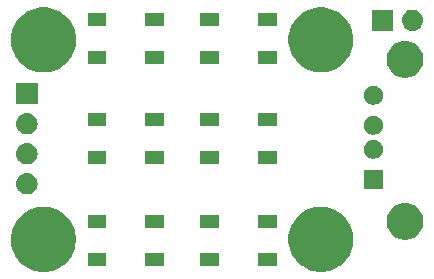
<source format=gbr>
G04 #@! TF.GenerationSoftware,KiCad,Pcbnew,5.1.0-unknown-ee14da3~82~ubuntu16.04.1*
G04 #@! TF.CreationDate,2019-04-08T19:12:28+02:00*
G04 #@! TF.ProjectId,UsbAmpel,55736241-6d70-4656-9c2e-6b696361645f,rev?*
G04 #@! TF.SameCoordinates,Original*
G04 #@! TF.FileFunction,Soldermask,Bot*
G04 #@! TF.FilePolarity,Negative*
%FSLAX46Y46*%
G04 Gerber Fmt 4.6, Leading zero omitted, Abs format (unit mm)*
G04 Created by KiCad (PCBNEW 5.1.0-unknown-ee14da3~82~ubuntu16.04.1) date 2019-04-08 19:12:28*
%MOMM*%
%LPD*%
G04 APERTURE LIST*
%ADD10C,0.100000*%
G04 APERTURE END LIST*
D10*
G36*
X205006694Y-113506860D02*
G01*
X205272437Y-113559719D01*
X205773087Y-113767095D01*
X205953561Y-113887684D01*
X206223660Y-114068158D01*
X206606842Y-114451340D01*
X206787316Y-114721439D01*
X206907905Y-114901913D01*
X207115281Y-115402563D01*
X207168141Y-115668307D01*
X207221000Y-115934049D01*
X207221000Y-116475951D01*
X207185186Y-116656000D01*
X207115281Y-117007437D01*
X206907905Y-117508087D01*
X206851521Y-117592471D01*
X206606842Y-117958660D01*
X206223660Y-118341842D01*
X206012401Y-118483000D01*
X205773087Y-118642905D01*
X205272437Y-118850281D01*
X205006693Y-118903141D01*
X204740951Y-118956000D01*
X204199049Y-118956000D01*
X203933307Y-118903141D01*
X203667563Y-118850281D01*
X203166913Y-118642905D01*
X202927599Y-118483000D01*
X202716340Y-118341842D01*
X202333158Y-117958660D01*
X202088479Y-117592471D01*
X202032095Y-117508087D01*
X201824719Y-117007437D01*
X201754814Y-116656000D01*
X201719000Y-116475951D01*
X201719000Y-115934049D01*
X201771859Y-115668307D01*
X201824719Y-115402563D01*
X202032095Y-114901913D01*
X202152684Y-114721439D01*
X202333158Y-114451340D01*
X202716340Y-114068158D01*
X202986439Y-113887684D01*
X203166913Y-113767095D01*
X203667563Y-113559719D01*
X203933306Y-113506860D01*
X204199049Y-113454000D01*
X204740951Y-113454000D01*
X205006694Y-113506860D01*
X205006694Y-113506860D01*
G37*
G36*
X181511694Y-113506860D02*
G01*
X181777437Y-113559719D01*
X182278087Y-113767095D01*
X182458561Y-113887684D01*
X182728660Y-114068158D01*
X183111842Y-114451340D01*
X183292316Y-114721439D01*
X183412905Y-114901913D01*
X183620281Y-115402563D01*
X183673141Y-115668307D01*
X183726000Y-115934049D01*
X183726000Y-116475951D01*
X183690186Y-116656000D01*
X183620281Y-117007437D01*
X183412905Y-117508087D01*
X183356521Y-117592471D01*
X183111842Y-117958660D01*
X182728660Y-118341842D01*
X182517401Y-118483000D01*
X182278087Y-118642905D01*
X181777437Y-118850281D01*
X181511693Y-118903141D01*
X181245951Y-118956000D01*
X180704049Y-118956000D01*
X180438307Y-118903141D01*
X180172563Y-118850281D01*
X179671913Y-118642905D01*
X179432599Y-118483000D01*
X179221340Y-118341842D01*
X178838158Y-117958660D01*
X178593479Y-117592471D01*
X178537095Y-117508087D01*
X178329719Y-117007437D01*
X178259814Y-116656000D01*
X178224000Y-116475951D01*
X178224000Y-115934049D01*
X178276859Y-115668307D01*
X178329719Y-115402563D01*
X178537095Y-114901913D01*
X178657684Y-114721439D01*
X178838158Y-114451340D01*
X179221340Y-114068158D01*
X179491439Y-113887684D01*
X179671913Y-113767095D01*
X180172563Y-113559719D01*
X180438306Y-113506860D01*
X180704049Y-113454000D01*
X181245951Y-113454000D01*
X181511694Y-113506860D01*
X181511694Y-113506860D01*
G37*
G36*
X195836000Y-118483000D02*
G01*
X194234000Y-118483000D01*
X194234000Y-117381000D01*
X195836000Y-117381000D01*
X195836000Y-118483000D01*
X195836000Y-118483000D01*
G37*
G36*
X200736000Y-118483000D02*
G01*
X199134000Y-118483000D01*
X199134000Y-117381000D01*
X200736000Y-117381000D01*
X200736000Y-118483000D01*
X200736000Y-118483000D01*
G37*
G36*
X191211000Y-118483000D02*
G01*
X189609000Y-118483000D01*
X189609000Y-117381000D01*
X191211000Y-117381000D01*
X191211000Y-118483000D01*
X191211000Y-118483000D01*
G37*
G36*
X186311000Y-118483000D02*
G01*
X184709000Y-118483000D01*
X184709000Y-117381000D01*
X186311000Y-117381000D01*
X186311000Y-118483000D01*
X186311000Y-118483000D01*
G37*
G36*
X211887585Y-113163802D02*
G01*
X212037410Y-113193604D01*
X212319674Y-113310521D01*
X212573705Y-113480259D01*
X212789741Y-113696295D01*
X212959479Y-113950326D01*
X213076396Y-114232590D01*
X213136000Y-114532240D01*
X213136000Y-114837760D01*
X213076396Y-115137410D01*
X212959479Y-115419674D01*
X212789741Y-115673705D01*
X212573705Y-115889741D01*
X212319674Y-116059479D01*
X212037410Y-116176396D01*
X211887585Y-116206198D01*
X211737761Y-116236000D01*
X211432239Y-116236000D01*
X211282415Y-116206198D01*
X211132590Y-116176396D01*
X210850326Y-116059479D01*
X210596295Y-115889741D01*
X210380259Y-115673705D01*
X210210521Y-115419674D01*
X210093604Y-115137410D01*
X210034000Y-114837760D01*
X210034000Y-114532240D01*
X210093604Y-114232590D01*
X210210521Y-113950326D01*
X210380259Y-113696295D01*
X210596295Y-113480259D01*
X210850326Y-113310521D01*
X211132590Y-113193604D01*
X211282415Y-113163802D01*
X211432239Y-113134000D01*
X211737761Y-113134000D01*
X211887585Y-113163802D01*
X211887585Y-113163802D01*
G37*
G36*
X186311000Y-115283000D02*
G01*
X184709000Y-115283000D01*
X184709000Y-114181000D01*
X186311000Y-114181000D01*
X186311000Y-115283000D01*
X186311000Y-115283000D01*
G37*
G36*
X200736000Y-115283000D02*
G01*
X199134000Y-115283000D01*
X199134000Y-114181000D01*
X200736000Y-114181000D01*
X200736000Y-115283000D01*
X200736000Y-115283000D01*
G37*
G36*
X195836000Y-115283000D02*
G01*
X194234000Y-115283000D01*
X194234000Y-114181000D01*
X195836000Y-114181000D01*
X195836000Y-115283000D01*
X195836000Y-115283000D01*
G37*
G36*
X191211000Y-115283000D02*
G01*
X189609000Y-115283000D01*
X189609000Y-114181000D01*
X191211000Y-114181000D01*
X191211000Y-115283000D01*
X191211000Y-115283000D01*
G37*
G36*
X179688443Y-110611519D02*
G01*
X179754627Y-110618037D01*
X179924466Y-110669557D01*
X180080991Y-110753222D01*
X180116729Y-110782552D01*
X180218186Y-110865814D01*
X180301448Y-110967271D01*
X180330778Y-111003009D01*
X180414443Y-111159534D01*
X180465963Y-111329373D01*
X180483359Y-111506000D01*
X180465963Y-111682627D01*
X180414443Y-111852466D01*
X180330778Y-112008991D01*
X180301448Y-112044729D01*
X180218186Y-112146186D01*
X180116729Y-112229448D01*
X180080991Y-112258778D01*
X179924466Y-112342443D01*
X179754627Y-112393963D01*
X179688443Y-112400481D01*
X179622260Y-112407000D01*
X179533740Y-112407000D01*
X179467557Y-112400481D01*
X179401373Y-112393963D01*
X179231534Y-112342443D01*
X179075009Y-112258778D01*
X179039271Y-112229448D01*
X178937814Y-112146186D01*
X178854552Y-112044729D01*
X178825222Y-112008991D01*
X178741557Y-111852466D01*
X178690037Y-111682627D01*
X178672641Y-111506000D01*
X178690037Y-111329373D01*
X178741557Y-111159534D01*
X178825222Y-111003009D01*
X178854552Y-110967271D01*
X178937814Y-110865814D01*
X179039271Y-110782552D01*
X179075009Y-110753222D01*
X179231534Y-110669557D01*
X179401373Y-110618037D01*
X179467557Y-110611519D01*
X179533740Y-110605000D01*
X179622260Y-110605000D01*
X179688443Y-110611519D01*
X179688443Y-110611519D01*
G37*
G36*
X209716000Y-111926000D02*
G01*
X208114000Y-111926000D01*
X208114000Y-110324000D01*
X209716000Y-110324000D01*
X209716000Y-111926000D01*
X209716000Y-111926000D01*
G37*
G36*
X179688443Y-108071519D02*
G01*
X179754627Y-108078037D01*
X179924466Y-108129557D01*
X180080991Y-108213222D01*
X180116729Y-108242552D01*
X180218186Y-108325814D01*
X180301448Y-108427271D01*
X180330778Y-108463009D01*
X180414443Y-108619534D01*
X180465963Y-108789373D01*
X180483359Y-108966000D01*
X180465963Y-109142627D01*
X180414443Y-109312466D01*
X180330778Y-109468991D01*
X180301448Y-109504729D01*
X180218186Y-109606186D01*
X180116729Y-109689448D01*
X180080991Y-109718778D01*
X179924466Y-109802443D01*
X179754627Y-109853963D01*
X179688443Y-109860481D01*
X179622260Y-109867000D01*
X179533740Y-109867000D01*
X179467557Y-109860481D01*
X179401373Y-109853963D01*
X179231534Y-109802443D01*
X179075009Y-109718778D01*
X179039271Y-109689448D01*
X178937814Y-109606186D01*
X178854552Y-109504729D01*
X178825222Y-109468991D01*
X178741557Y-109312466D01*
X178690037Y-109142627D01*
X178672641Y-108966000D01*
X178690037Y-108789373D01*
X178741557Y-108619534D01*
X178825222Y-108463009D01*
X178854552Y-108427271D01*
X178937814Y-108325814D01*
X179039271Y-108242552D01*
X179075009Y-108213222D01*
X179231534Y-108129557D01*
X179401373Y-108078037D01*
X179467557Y-108071519D01*
X179533740Y-108065000D01*
X179622260Y-108065000D01*
X179688443Y-108071519D01*
X179688443Y-108071519D01*
G37*
G36*
X195836000Y-109847000D02*
G01*
X194234000Y-109847000D01*
X194234000Y-108745000D01*
X195836000Y-108745000D01*
X195836000Y-109847000D01*
X195836000Y-109847000D01*
G37*
G36*
X200736000Y-109847000D02*
G01*
X199134000Y-109847000D01*
X199134000Y-108745000D01*
X200736000Y-108745000D01*
X200736000Y-109847000D01*
X200736000Y-109847000D01*
G37*
G36*
X191211000Y-109847000D02*
G01*
X189609000Y-109847000D01*
X189609000Y-108745000D01*
X191211000Y-108745000D01*
X191211000Y-109847000D01*
X191211000Y-109847000D01*
G37*
G36*
X186311000Y-109847000D02*
G01*
X184709000Y-109847000D01*
X184709000Y-108745000D01*
X186311000Y-108745000D01*
X186311000Y-109847000D01*
X186311000Y-109847000D01*
G37*
G36*
X209148642Y-107814781D02*
G01*
X209294414Y-107875162D01*
X209294416Y-107875163D01*
X209425608Y-107962822D01*
X209537178Y-108074392D01*
X209574038Y-108129558D01*
X209624838Y-108205586D01*
X209685219Y-108351358D01*
X209716000Y-108506107D01*
X209716000Y-108663893D01*
X209685219Y-108818642D01*
X209624838Y-108964414D01*
X209624837Y-108964416D01*
X209537178Y-109095608D01*
X209425608Y-109207178D01*
X209294416Y-109294837D01*
X209294415Y-109294838D01*
X209294414Y-109294838D01*
X209148642Y-109355219D01*
X208993893Y-109386000D01*
X208836107Y-109386000D01*
X208681358Y-109355219D01*
X208535586Y-109294838D01*
X208535585Y-109294838D01*
X208535584Y-109294837D01*
X208404392Y-109207178D01*
X208292822Y-109095608D01*
X208205163Y-108964416D01*
X208205162Y-108964414D01*
X208144781Y-108818642D01*
X208114000Y-108663893D01*
X208114000Y-108506107D01*
X208144781Y-108351358D01*
X208205162Y-108205586D01*
X208255962Y-108129558D01*
X208292822Y-108074392D01*
X208404392Y-107962822D01*
X208535584Y-107875163D01*
X208535586Y-107875162D01*
X208681358Y-107814781D01*
X208836107Y-107784000D01*
X208993893Y-107784000D01*
X209148642Y-107814781D01*
X209148642Y-107814781D01*
G37*
G36*
X209148642Y-105784781D02*
G01*
X209294414Y-105845162D01*
X209294416Y-105845163D01*
X209425608Y-105932822D01*
X209537178Y-106044392D01*
X209624837Y-106175584D01*
X209624838Y-106175586D01*
X209685219Y-106321358D01*
X209716000Y-106476107D01*
X209716000Y-106633893D01*
X209685219Y-106788642D01*
X209627085Y-106928989D01*
X209624837Y-106934416D01*
X209537178Y-107065608D01*
X209425608Y-107177178D01*
X209294416Y-107264837D01*
X209294415Y-107264838D01*
X209294414Y-107264838D01*
X209148642Y-107325219D01*
X208993893Y-107356000D01*
X208836107Y-107356000D01*
X208681358Y-107325219D01*
X208535586Y-107264838D01*
X208535585Y-107264838D01*
X208535584Y-107264837D01*
X208404392Y-107177178D01*
X208292822Y-107065608D01*
X208205163Y-106934416D01*
X208202915Y-106928989D01*
X208144781Y-106788642D01*
X208114000Y-106633893D01*
X208114000Y-106476107D01*
X208144781Y-106321358D01*
X208205162Y-106175586D01*
X208205163Y-106175584D01*
X208292822Y-106044392D01*
X208404392Y-105932822D01*
X208535584Y-105845163D01*
X208535586Y-105845162D01*
X208681358Y-105784781D01*
X208836107Y-105754000D01*
X208993893Y-105754000D01*
X209148642Y-105784781D01*
X209148642Y-105784781D01*
G37*
G36*
X179688443Y-105531519D02*
G01*
X179754627Y-105538037D01*
X179924466Y-105589557D01*
X180080991Y-105673222D01*
X180116729Y-105702552D01*
X180218186Y-105785814D01*
X180301448Y-105887271D01*
X180330778Y-105923009D01*
X180414443Y-106079534D01*
X180465963Y-106249373D01*
X180483359Y-106426000D01*
X180465963Y-106602627D01*
X180414443Y-106772466D01*
X180330778Y-106928991D01*
X180301448Y-106964729D01*
X180218186Y-107066186D01*
X180116729Y-107149448D01*
X180080991Y-107178778D01*
X179924466Y-107262443D01*
X179754627Y-107313963D01*
X179688442Y-107320482D01*
X179622260Y-107327000D01*
X179533740Y-107327000D01*
X179467558Y-107320482D01*
X179401373Y-107313963D01*
X179231534Y-107262443D01*
X179075009Y-107178778D01*
X179039271Y-107149448D01*
X178937814Y-107066186D01*
X178854552Y-106964729D01*
X178825222Y-106928991D01*
X178741557Y-106772466D01*
X178690037Y-106602627D01*
X178672641Y-106426000D01*
X178690037Y-106249373D01*
X178741557Y-106079534D01*
X178825222Y-105923009D01*
X178854552Y-105887271D01*
X178937814Y-105785814D01*
X179039271Y-105702552D01*
X179075009Y-105673222D01*
X179231534Y-105589557D01*
X179401373Y-105538037D01*
X179467558Y-105531518D01*
X179533740Y-105525000D01*
X179622260Y-105525000D01*
X179688443Y-105531519D01*
X179688443Y-105531519D01*
G37*
G36*
X200736000Y-106647000D02*
G01*
X199134000Y-106647000D01*
X199134000Y-105545000D01*
X200736000Y-105545000D01*
X200736000Y-106647000D01*
X200736000Y-106647000D01*
G37*
G36*
X191211000Y-106647000D02*
G01*
X189609000Y-106647000D01*
X189609000Y-105545000D01*
X191211000Y-105545000D01*
X191211000Y-106647000D01*
X191211000Y-106647000D01*
G37*
G36*
X186311000Y-106647000D02*
G01*
X184709000Y-106647000D01*
X184709000Y-105545000D01*
X186311000Y-105545000D01*
X186311000Y-106647000D01*
X186311000Y-106647000D01*
G37*
G36*
X195836000Y-106647000D02*
G01*
X194234000Y-106647000D01*
X194234000Y-105545000D01*
X195836000Y-105545000D01*
X195836000Y-106647000D01*
X195836000Y-106647000D01*
G37*
G36*
X209148642Y-103244781D02*
G01*
X209294414Y-103305162D01*
X209294416Y-103305163D01*
X209425608Y-103392822D01*
X209537178Y-103504392D01*
X209624837Y-103635584D01*
X209624838Y-103635586D01*
X209685219Y-103781358D01*
X209716000Y-103936107D01*
X209716000Y-104093893D01*
X209685219Y-104248642D01*
X209624838Y-104394414D01*
X209624837Y-104394416D01*
X209537178Y-104525608D01*
X209425608Y-104637178D01*
X209294416Y-104724837D01*
X209294415Y-104724838D01*
X209294414Y-104724838D01*
X209148642Y-104785219D01*
X208993893Y-104816000D01*
X208836107Y-104816000D01*
X208681358Y-104785219D01*
X208535586Y-104724838D01*
X208535585Y-104724838D01*
X208535584Y-104724837D01*
X208404392Y-104637178D01*
X208292822Y-104525608D01*
X208205163Y-104394416D01*
X208205162Y-104394414D01*
X208144781Y-104248642D01*
X208114000Y-104093893D01*
X208114000Y-103936107D01*
X208144781Y-103781358D01*
X208205162Y-103635586D01*
X208205163Y-103635584D01*
X208292822Y-103504392D01*
X208404392Y-103392822D01*
X208535584Y-103305163D01*
X208535586Y-103305162D01*
X208681358Y-103244781D01*
X208836107Y-103214000D01*
X208993893Y-103214000D01*
X209148642Y-103244781D01*
X209148642Y-103244781D01*
G37*
G36*
X180479000Y-104787000D02*
G01*
X178677000Y-104787000D01*
X178677000Y-102985000D01*
X180479000Y-102985000D01*
X180479000Y-104787000D01*
X180479000Y-104787000D01*
G37*
G36*
X211887585Y-99443802D02*
G01*
X212037410Y-99473604D01*
X212319674Y-99590521D01*
X212573705Y-99760259D01*
X212789741Y-99976295D01*
X212959479Y-100230326D01*
X213076396Y-100512590D01*
X213097182Y-100617087D01*
X213136000Y-100812239D01*
X213136000Y-101117761D01*
X213120260Y-101196891D01*
X213076396Y-101417410D01*
X212959479Y-101699674D01*
X212789741Y-101953705D01*
X212573705Y-102169741D01*
X212319674Y-102339479D01*
X212037410Y-102456396D01*
X211887585Y-102486198D01*
X211737761Y-102516000D01*
X211432239Y-102516000D01*
X211282415Y-102486198D01*
X211132590Y-102456396D01*
X210850326Y-102339479D01*
X210596295Y-102169741D01*
X210380259Y-101953705D01*
X210210521Y-101699674D01*
X210093604Y-101417410D01*
X210049740Y-101196891D01*
X210034000Y-101117761D01*
X210034000Y-100812239D01*
X210072818Y-100617087D01*
X210093604Y-100512590D01*
X210210521Y-100230326D01*
X210380259Y-99976295D01*
X210596295Y-99760259D01*
X210850326Y-99590521D01*
X211132590Y-99473604D01*
X211282415Y-99443802D01*
X211432239Y-99414000D01*
X211737761Y-99414000D01*
X211887585Y-99443802D01*
X211887585Y-99443802D01*
G37*
G36*
X205006694Y-96615860D02*
G01*
X205272437Y-96668719D01*
X205773087Y-96876095D01*
X205953561Y-96996684D01*
X206223660Y-97177158D01*
X206606842Y-97560340D01*
X206787316Y-97830439D01*
X206907905Y-98010913D01*
X207115281Y-98511563D01*
X207115281Y-98511564D01*
X207221000Y-99043049D01*
X207221000Y-99584951D01*
X207186129Y-99760259D01*
X207115281Y-100116437D01*
X206907905Y-100617087D01*
X206851521Y-100701471D01*
X206606842Y-101067660D01*
X206223660Y-101450842D01*
X205960774Y-101626496D01*
X205773087Y-101751905D01*
X205272437Y-101959281D01*
X205006693Y-102012141D01*
X204740951Y-102065000D01*
X204199049Y-102065000D01*
X203933306Y-102012140D01*
X203667563Y-101959281D01*
X203166913Y-101751905D01*
X202979226Y-101626496D01*
X202716340Y-101450842D01*
X202333158Y-101067660D01*
X202088479Y-100701471D01*
X202032095Y-100617087D01*
X201824719Y-100116437D01*
X201753871Y-99760259D01*
X201719000Y-99584951D01*
X201719000Y-99043049D01*
X201824719Y-98511564D01*
X201824719Y-98511563D01*
X202032095Y-98010913D01*
X202152684Y-97830439D01*
X202333158Y-97560340D01*
X202716340Y-97177158D01*
X202986439Y-96996684D01*
X203166913Y-96876095D01*
X203667563Y-96668719D01*
X203933306Y-96615860D01*
X204199049Y-96563000D01*
X204740951Y-96563000D01*
X205006694Y-96615860D01*
X205006694Y-96615860D01*
G37*
G36*
X181511694Y-96615860D02*
G01*
X181777437Y-96668719D01*
X182278087Y-96876095D01*
X182458561Y-96996684D01*
X182728660Y-97177158D01*
X183111842Y-97560340D01*
X183292316Y-97830439D01*
X183412905Y-98010913D01*
X183620281Y-98511563D01*
X183620281Y-98511564D01*
X183726000Y-99043049D01*
X183726000Y-99584951D01*
X183691129Y-99760259D01*
X183620281Y-100116437D01*
X183412905Y-100617087D01*
X183356521Y-100701471D01*
X183111842Y-101067660D01*
X182728660Y-101450842D01*
X182465774Y-101626496D01*
X182278087Y-101751905D01*
X181777437Y-101959281D01*
X181511693Y-102012141D01*
X181245951Y-102065000D01*
X180704049Y-102065000D01*
X180438306Y-102012140D01*
X180172563Y-101959281D01*
X179671913Y-101751905D01*
X179484226Y-101626496D01*
X179221340Y-101450842D01*
X178838158Y-101067660D01*
X178593479Y-100701471D01*
X178537095Y-100617087D01*
X178329719Y-100116437D01*
X178258871Y-99760259D01*
X178224000Y-99584951D01*
X178224000Y-99043049D01*
X178329719Y-98511564D01*
X178329719Y-98511563D01*
X178537095Y-98010913D01*
X178657684Y-97830439D01*
X178838158Y-97560340D01*
X179221340Y-97177158D01*
X179491439Y-96996684D01*
X179671913Y-96876095D01*
X180172563Y-96668719D01*
X180438306Y-96615860D01*
X180704049Y-96563000D01*
X181245951Y-96563000D01*
X181511694Y-96615860D01*
X181511694Y-96615860D01*
G37*
G36*
X200736000Y-101338000D02*
G01*
X199134000Y-101338000D01*
X199134000Y-100236000D01*
X200736000Y-100236000D01*
X200736000Y-101338000D01*
X200736000Y-101338000D01*
G37*
G36*
X186311000Y-101338000D02*
G01*
X184709000Y-101338000D01*
X184709000Y-100236000D01*
X186311000Y-100236000D01*
X186311000Y-101338000D01*
X186311000Y-101338000D01*
G37*
G36*
X191211000Y-101338000D02*
G01*
X189609000Y-101338000D01*
X189609000Y-100236000D01*
X191211000Y-100236000D01*
X191211000Y-101338000D01*
X191211000Y-101338000D01*
G37*
G36*
X195836000Y-101338000D02*
G01*
X194234000Y-101338000D01*
X194234000Y-100236000D01*
X195836000Y-100236000D01*
X195836000Y-101338000D01*
X195836000Y-101338000D01*
G37*
G36*
X212327442Y-96768518D02*
G01*
X212393627Y-96775037D01*
X212563466Y-96826557D01*
X212719991Y-96910222D01*
X212754674Y-96938686D01*
X212857186Y-97022814D01*
X212940448Y-97124271D01*
X212969778Y-97160009D01*
X213053443Y-97316534D01*
X213104963Y-97486373D01*
X213122359Y-97663000D01*
X213104963Y-97839627D01*
X213053443Y-98009466D01*
X212969778Y-98165991D01*
X212940448Y-98201729D01*
X212857186Y-98303186D01*
X212755729Y-98386448D01*
X212719991Y-98415778D01*
X212563466Y-98499443D01*
X212393627Y-98550963D01*
X212327442Y-98557482D01*
X212261260Y-98564000D01*
X212172740Y-98564000D01*
X212106558Y-98557482D01*
X212040373Y-98550963D01*
X211870534Y-98499443D01*
X211714009Y-98415778D01*
X211678271Y-98386448D01*
X211576814Y-98303186D01*
X211493552Y-98201729D01*
X211464222Y-98165991D01*
X211380557Y-98009466D01*
X211329037Y-97839627D01*
X211311641Y-97663000D01*
X211329037Y-97486373D01*
X211380557Y-97316534D01*
X211464222Y-97160009D01*
X211493552Y-97124271D01*
X211576814Y-97022814D01*
X211679326Y-96938686D01*
X211714009Y-96910222D01*
X211870534Y-96826557D01*
X212040373Y-96775037D01*
X212106558Y-96768518D01*
X212172740Y-96762000D01*
X212261260Y-96762000D01*
X212327442Y-96768518D01*
X212327442Y-96768518D01*
G37*
G36*
X210578000Y-98564000D02*
G01*
X208776000Y-98564000D01*
X208776000Y-96762000D01*
X210578000Y-96762000D01*
X210578000Y-98564000D01*
X210578000Y-98564000D01*
G37*
G36*
X200736000Y-98138000D02*
G01*
X199134000Y-98138000D01*
X199134000Y-97036000D01*
X200736000Y-97036000D01*
X200736000Y-98138000D01*
X200736000Y-98138000D01*
G37*
G36*
X195836000Y-98138000D02*
G01*
X194234000Y-98138000D01*
X194234000Y-97036000D01*
X195836000Y-97036000D01*
X195836000Y-98138000D01*
X195836000Y-98138000D01*
G37*
G36*
X191211000Y-98138000D02*
G01*
X189609000Y-98138000D01*
X189609000Y-97036000D01*
X191211000Y-97036000D01*
X191211000Y-98138000D01*
X191211000Y-98138000D01*
G37*
G36*
X186311000Y-98138000D02*
G01*
X184709000Y-98138000D01*
X184709000Y-97036000D01*
X186311000Y-97036000D01*
X186311000Y-98138000D01*
X186311000Y-98138000D01*
G37*
M02*

</source>
